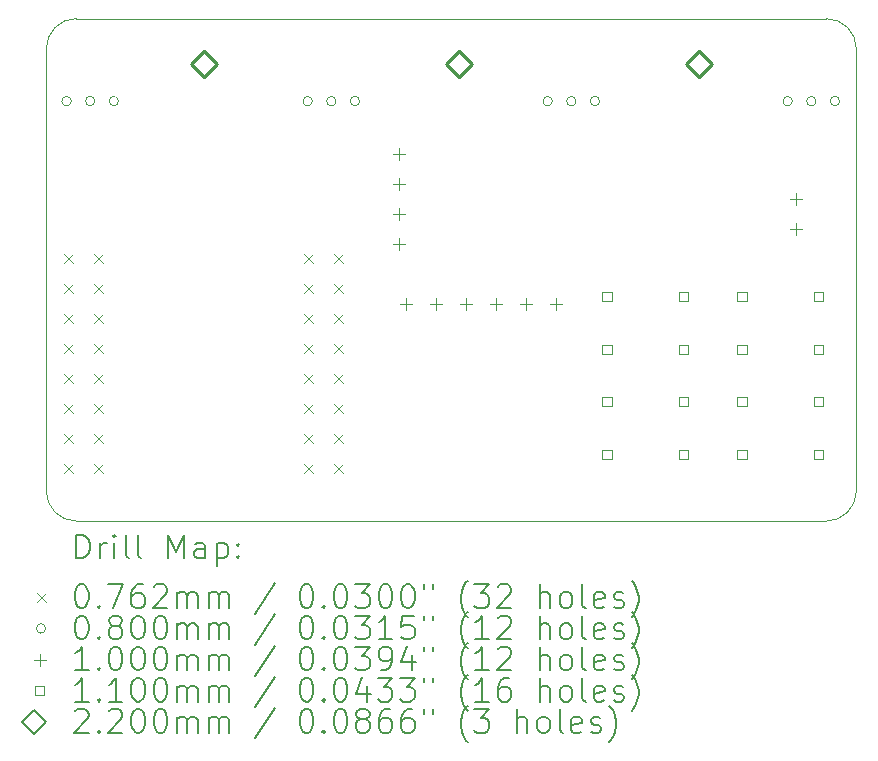
<source format=gbr>
%TF.GenerationSoftware,KiCad,Pcbnew,(6.0.7)*%
%TF.CreationDate,2023-01-30T12:50:34-06:00*%
%TF.ProjectId,LASK4,4c41534b-342e-46b6-9963-61645f706362,rev?*%
%TF.SameCoordinates,Original*%
%TF.FileFunction,Drillmap*%
%TF.FilePolarity,Positive*%
%FSLAX45Y45*%
G04 Gerber Fmt 4.5, Leading zero omitted, Abs format (unit mm)*
G04 Created by KiCad (PCBNEW (6.0.7)) date 2023-01-30 12:50:34*
%MOMM*%
%LPD*%
G01*
G04 APERTURE LIST*
%ADD10C,0.100000*%
%ADD11C,0.200000*%
%ADD12C,0.076200*%
%ADD13C,0.080000*%
%ADD14C,0.110000*%
%ADD15C,0.220000*%
G04 APERTURE END LIST*
D10*
X13652500Y-7239000D02*
X20002500Y-7239000D01*
X13652500Y-7239000D02*
G75*
G03*
X13398500Y-7493000I0J-254000D01*
G01*
X13398500Y-11239500D02*
X13398500Y-7493000D01*
X13398500Y-11239500D02*
G75*
G03*
X13652500Y-11493500I254000J0D01*
G01*
X20256500Y-7493000D02*
G75*
G03*
X20002500Y-7239000I-254000J0D01*
G01*
X20256500Y-7493000D02*
X20256500Y-11239500D01*
X20002500Y-11493500D02*
G75*
G03*
X20256500Y-11239500I0J254000D01*
G01*
X20002500Y-11493500D02*
X13652500Y-11493500D01*
D11*
D12*
X13550900Y-9232900D02*
X13627100Y-9309100D01*
X13627100Y-9232900D02*
X13550900Y-9309100D01*
X13550900Y-9486900D02*
X13627100Y-9563100D01*
X13627100Y-9486900D02*
X13550900Y-9563100D01*
X13550900Y-9740900D02*
X13627100Y-9817100D01*
X13627100Y-9740900D02*
X13550900Y-9817100D01*
X13550900Y-9994900D02*
X13627100Y-10071100D01*
X13627100Y-9994900D02*
X13550900Y-10071100D01*
X13550900Y-10248900D02*
X13627100Y-10325100D01*
X13627100Y-10248900D02*
X13550900Y-10325100D01*
X13550900Y-10502900D02*
X13627100Y-10579100D01*
X13627100Y-10502900D02*
X13550900Y-10579100D01*
X13550900Y-10756900D02*
X13627100Y-10833100D01*
X13627100Y-10756900D02*
X13550900Y-10833100D01*
X13550900Y-11010900D02*
X13627100Y-11087100D01*
X13627100Y-11010900D02*
X13550900Y-11087100D01*
X13804900Y-9232900D02*
X13881100Y-9309100D01*
X13881100Y-9232900D02*
X13804900Y-9309100D01*
X13804900Y-9486900D02*
X13881100Y-9563100D01*
X13881100Y-9486900D02*
X13804900Y-9563100D01*
X13804900Y-9740900D02*
X13881100Y-9817100D01*
X13881100Y-9740900D02*
X13804900Y-9817100D01*
X13804900Y-9994900D02*
X13881100Y-10071100D01*
X13881100Y-9994900D02*
X13804900Y-10071100D01*
X13804900Y-10248900D02*
X13881100Y-10325100D01*
X13881100Y-10248900D02*
X13804900Y-10325100D01*
X13804900Y-10502900D02*
X13881100Y-10579100D01*
X13881100Y-10502900D02*
X13804900Y-10579100D01*
X13804900Y-10756900D02*
X13881100Y-10833100D01*
X13881100Y-10756900D02*
X13804900Y-10833100D01*
X13804900Y-11010900D02*
X13881100Y-11087100D01*
X13881100Y-11010900D02*
X13804900Y-11087100D01*
X15582900Y-9232900D02*
X15659100Y-9309100D01*
X15659100Y-9232900D02*
X15582900Y-9309100D01*
X15582900Y-9486900D02*
X15659100Y-9563100D01*
X15659100Y-9486900D02*
X15582900Y-9563100D01*
X15582900Y-9740900D02*
X15659100Y-9817100D01*
X15659100Y-9740900D02*
X15582900Y-9817100D01*
X15582900Y-9994900D02*
X15659100Y-10071100D01*
X15659100Y-9994900D02*
X15582900Y-10071100D01*
X15582900Y-10248900D02*
X15659100Y-10325100D01*
X15659100Y-10248900D02*
X15582900Y-10325100D01*
X15582900Y-10502900D02*
X15659100Y-10579100D01*
X15659100Y-10502900D02*
X15582900Y-10579100D01*
X15582900Y-10756900D02*
X15659100Y-10833100D01*
X15659100Y-10756900D02*
X15582900Y-10833100D01*
X15582900Y-11010900D02*
X15659100Y-11087100D01*
X15659100Y-11010900D02*
X15582900Y-11087100D01*
X15836900Y-9232900D02*
X15913100Y-9309100D01*
X15913100Y-9232900D02*
X15836900Y-9309100D01*
X15836900Y-9486900D02*
X15913100Y-9563100D01*
X15913100Y-9486900D02*
X15836900Y-9563100D01*
X15836900Y-9740900D02*
X15913100Y-9817100D01*
X15913100Y-9740900D02*
X15836900Y-9817100D01*
X15836900Y-9994900D02*
X15913100Y-10071100D01*
X15913100Y-9994900D02*
X15836900Y-10071100D01*
X15836900Y-10248900D02*
X15913100Y-10325100D01*
X15913100Y-10248900D02*
X15836900Y-10325100D01*
X15836900Y-10502900D02*
X15913100Y-10579100D01*
X15913100Y-10502900D02*
X15836900Y-10579100D01*
X15836900Y-10756900D02*
X15913100Y-10833100D01*
X15913100Y-10756900D02*
X15836900Y-10833100D01*
X15836900Y-11010900D02*
X15913100Y-11087100D01*
X15913100Y-11010900D02*
X15836900Y-11087100D01*
D13*
X13610000Y-7937500D02*
G75*
G03*
X13610000Y-7937500I-40000J0D01*
G01*
X13810000Y-7937500D02*
G75*
G03*
X13810000Y-7937500I-40000J0D01*
G01*
X14010000Y-7937500D02*
G75*
G03*
X14010000Y-7937500I-40000J0D01*
G01*
X15651500Y-7937500D02*
G75*
G03*
X15651500Y-7937500I-40000J0D01*
G01*
X15851500Y-7937500D02*
G75*
G03*
X15851500Y-7937500I-40000J0D01*
G01*
X16051500Y-7937500D02*
G75*
G03*
X16051500Y-7937500I-40000J0D01*
G01*
X17683500Y-7937500D02*
G75*
G03*
X17683500Y-7937500I-40000J0D01*
G01*
X17883500Y-7937500D02*
G75*
G03*
X17883500Y-7937500I-40000J0D01*
G01*
X18083500Y-7937500D02*
G75*
G03*
X18083500Y-7937500I-40000J0D01*
G01*
X19715500Y-7937500D02*
G75*
G03*
X19715500Y-7937500I-40000J0D01*
G01*
X19915500Y-7937500D02*
G75*
G03*
X19915500Y-7937500I-40000J0D01*
G01*
X20115500Y-7937500D02*
G75*
G03*
X20115500Y-7937500I-40000J0D01*
G01*
D10*
X16383000Y-8332000D02*
X16383000Y-8432000D01*
X16333000Y-8382000D02*
X16433000Y-8382000D01*
X16383000Y-8586000D02*
X16383000Y-8686000D01*
X16333000Y-8636000D02*
X16433000Y-8636000D01*
X16383000Y-8840000D02*
X16383000Y-8940000D01*
X16333000Y-8890000D02*
X16433000Y-8890000D01*
X16383000Y-9094000D02*
X16383000Y-9194000D01*
X16333000Y-9144000D02*
X16433000Y-9144000D01*
X16446500Y-9602000D02*
X16446500Y-9702000D01*
X16396500Y-9652000D02*
X16496500Y-9652000D01*
X16700500Y-9602000D02*
X16700500Y-9702000D01*
X16650500Y-9652000D02*
X16750500Y-9652000D01*
X16954500Y-9602000D02*
X16954500Y-9702000D01*
X16904500Y-9652000D02*
X17004500Y-9652000D01*
X17208500Y-9602000D02*
X17208500Y-9702000D01*
X17158500Y-9652000D02*
X17258500Y-9652000D01*
X17462500Y-9602000D02*
X17462500Y-9702000D01*
X17412500Y-9652000D02*
X17512500Y-9652000D01*
X17716500Y-9602000D02*
X17716500Y-9702000D01*
X17666500Y-9652000D02*
X17766500Y-9652000D01*
X19748500Y-8713000D02*
X19748500Y-8813000D01*
X19698500Y-8763000D02*
X19798500Y-8763000D01*
X19748500Y-8967000D02*
X19748500Y-9067000D01*
X19698500Y-9017000D02*
X19798500Y-9017000D01*
D14*
X18184891Y-9632891D02*
X18184891Y-9555109D01*
X18107109Y-9555109D01*
X18107109Y-9632891D01*
X18184891Y-9632891D01*
X18184891Y-10082891D02*
X18184891Y-10005109D01*
X18107109Y-10005109D01*
X18107109Y-10082891D01*
X18184891Y-10082891D01*
X18184891Y-10516391D02*
X18184891Y-10438609D01*
X18107109Y-10438609D01*
X18107109Y-10516391D01*
X18184891Y-10516391D01*
X18184891Y-10966391D02*
X18184891Y-10888609D01*
X18107109Y-10888609D01*
X18107109Y-10966391D01*
X18184891Y-10966391D01*
X18834891Y-9632891D02*
X18834891Y-9555109D01*
X18757109Y-9555109D01*
X18757109Y-9632891D01*
X18834891Y-9632891D01*
X18834891Y-10082891D02*
X18834891Y-10005109D01*
X18757109Y-10005109D01*
X18757109Y-10082891D01*
X18834891Y-10082891D01*
X18834891Y-10516391D02*
X18834891Y-10438609D01*
X18757109Y-10438609D01*
X18757109Y-10516391D01*
X18834891Y-10516391D01*
X18834891Y-10966391D02*
X18834891Y-10888609D01*
X18757109Y-10888609D01*
X18757109Y-10966391D01*
X18834891Y-10966391D01*
X19327891Y-9632891D02*
X19327891Y-9555109D01*
X19250109Y-9555109D01*
X19250109Y-9632891D01*
X19327891Y-9632891D01*
X19327891Y-10082891D02*
X19327891Y-10005109D01*
X19250109Y-10005109D01*
X19250109Y-10082891D01*
X19327891Y-10082891D01*
X19327891Y-10516391D02*
X19327891Y-10438609D01*
X19250109Y-10438609D01*
X19250109Y-10516391D01*
X19327891Y-10516391D01*
X19327891Y-10966391D02*
X19327891Y-10888609D01*
X19250109Y-10888609D01*
X19250109Y-10966391D01*
X19327891Y-10966391D01*
X19977891Y-9632891D02*
X19977891Y-9555109D01*
X19900109Y-9555109D01*
X19900109Y-9632891D01*
X19977891Y-9632891D01*
X19977891Y-10082891D02*
X19977891Y-10005109D01*
X19900109Y-10005109D01*
X19900109Y-10082891D01*
X19977891Y-10082891D01*
X19977891Y-10516391D02*
X19977891Y-10438609D01*
X19900109Y-10438609D01*
X19900109Y-10516391D01*
X19977891Y-10516391D01*
X19977891Y-10966391D02*
X19977891Y-10888609D01*
X19900109Y-10888609D01*
X19900109Y-10966391D01*
X19977891Y-10966391D01*
D15*
X14732000Y-7730000D02*
X14842000Y-7620000D01*
X14732000Y-7510000D01*
X14622000Y-7620000D01*
X14732000Y-7730000D01*
X16891000Y-7730000D02*
X17001000Y-7620000D01*
X16891000Y-7510000D01*
X16781000Y-7620000D01*
X16891000Y-7730000D01*
X18923000Y-7730000D02*
X19033000Y-7620000D01*
X18923000Y-7510000D01*
X18813000Y-7620000D01*
X18923000Y-7730000D01*
D11*
X13651119Y-11808976D02*
X13651119Y-11608976D01*
X13698738Y-11608976D01*
X13727309Y-11618500D01*
X13746357Y-11637548D01*
X13755881Y-11656595D01*
X13765405Y-11694690D01*
X13765405Y-11723262D01*
X13755881Y-11761357D01*
X13746357Y-11780405D01*
X13727309Y-11799452D01*
X13698738Y-11808976D01*
X13651119Y-11808976D01*
X13851119Y-11808976D02*
X13851119Y-11675643D01*
X13851119Y-11713738D02*
X13860643Y-11694690D01*
X13870167Y-11685167D01*
X13889214Y-11675643D01*
X13908262Y-11675643D01*
X13974928Y-11808976D02*
X13974928Y-11675643D01*
X13974928Y-11608976D02*
X13965405Y-11618500D01*
X13974928Y-11628024D01*
X13984452Y-11618500D01*
X13974928Y-11608976D01*
X13974928Y-11628024D01*
X14098738Y-11808976D02*
X14079690Y-11799452D01*
X14070167Y-11780405D01*
X14070167Y-11608976D01*
X14203500Y-11808976D02*
X14184452Y-11799452D01*
X14174928Y-11780405D01*
X14174928Y-11608976D01*
X14432071Y-11808976D02*
X14432071Y-11608976D01*
X14498738Y-11751833D01*
X14565405Y-11608976D01*
X14565405Y-11808976D01*
X14746357Y-11808976D02*
X14746357Y-11704214D01*
X14736833Y-11685167D01*
X14717786Y-11675643D01*
X14679690Y-11675643D01*
X14660643Y-11685167D01*
X14746357Y-11799452D02*
X14727309Y-11808976D01*
X14679690Y-11808976D01*
X14660643Y-11799452D01*
X14651119Y-11780405D01*
X14651119Y-11761357D01*
X14660643Y-11742309D01*
X14679690Y-11732786D01*
X14727309Y-11732786D01*
X14746357Y-11723262D01*
X14841595Y-11675643D02*
X14841595Y-11875643D01*
X14841595Y-11685167D02*
X14860643Y-11675643D01*
X14898738Y-11675643D01*
X14917786Y-11685167D01*
X14927309Y-11694690D01*
X14936833Y-11713738D01*
X14936833Y-11770881D01*
X14927309Y-11789928D01*
X14917786Y-11799452D01*
X14898738Y-11808976D01*
X14860643Y-11808976D01*
X14841595Y-11799452D01*
X15022548Y-11789928D02*
X15032071Y-11799452D01*
X15022548Y-11808976D01*
X15013024Y-11799452D01*
X15022548Y-11789928D01*
X15022548Y-11808976D01*
X15022548Y-11685167D02*
X15032071Y-11694690D01*
X15022548Y-11704214D01*
X15013024Y-11694690D01*
X15022548Y-11685167D01*
X15022548Y-11704214D01*
D12*
X13317300Y-12100400D02*
X13393500Y-12176600D01*
X13393500Y-12100400D02*
X13317300Y-12176600D01*
D11*
X13689214Y-12028976D02*
X13708262Y-12028976D01*
X13727309Y-12038500D01*
X13736833Y-12048024D01*
X13746357Y-12067071D01*
X13755881Y-12105167D01*
X13755881Y-12152786D01*
X13746357Y-12190881D01*
X13736833Y-12209928D01*
X13727309Y-12219452D01*
X13708262Y-12228976D01*
X13689214Y-12228976D01*
X13670167Y-12219452D01*
X13660643Y-12209928D01*
X13651119Y-12190881D01*
X13641595Y-12152786D01*
X13641595Y-12105167D01*
X13651119Y-12067071D01*
X13660643Y-12048024D01*
X13670167Y-12038500D01*
X13689214Y-12028976D01*
X13841595Y-12209928D02*
X13851119Y-12219452D01*
X13841595Y-12228976D01*
X13832071Y-12219452D01*
X13841595Y-12209928D01*
X13841595Y-12228976D01*
X13917786Y-12028976D02*
X14051119Y-12028976D01*
X13965405Y-12228976D01*
X14213024Y-12028976D02*
X14174928Y-12028976D01*
X14155881Y-12038500D01*
X14146357Y-12048024D01*
X14127309Y-12076595D01*
X14117786Y-12114690D01*
X14117786Y-12190881D01*
X14127309Y-12209928D01*
X14136833Y-12219452D01*
X14155881Y-12228976D01*
X14193976Y-12228976D01*
X14213024Y-12219452D01*
X14222548Y-12209928D01*
X14232071Y-12190881D01*
X14232071Y-12143262D01*
X14222548Y-12124214D01*
X14213024Y-12114690D01*
X14193976Y-12105167D01*
X14155881Y-12105167D01*
X14136833Y-12114690D01*
X14127309Y-12124214D01*
X14117786Y-12143262D01*
X14308262Y-12048024D02*
X14317786Y-12038500D01*
X14336833Y-12028976D01*
X14384452Y-12028976D01*
X14403500Y-12038500D01*
X14413024Y-12048024D01*
X14422548Y-12067071D01*
X14422548Y-12086119D01*
X14413024Y-12114690D01*
X14298738Y-12228976D01*
X14422548Y-12228976D01*
X14508262Y-12228976D02*
X14508262Y-12095643D01*
X14508262Y-12114690D02*
X14517786Y-12105167D01*
X14536833Y-12095643D01*
X14565405Y-12095643D01*
X14584452Y-12105167D01*
X14593976Y-12124214D01*
X14593976Y-12228976D01*
X14593976Y-12124214D02*
X14603500Y-12105167D01*
X14622548Y-12095643D01*
X14651119Y-12095643D01*
X14670167Y-12105167D01*
X14679690Y-12124214D01*
X14679690Y-12228976D01*
X14774928Y-12228976D02*
X14774928Y-12095643D01*
X14774928Y-12114690D02*
X14784452Y-12105167D01*
X14803500Y-12095643D01*
X14832071Y-12095643D01*
X14851119Y-12105167D01*
X14860643Y-12124214D01*
X14860643Y-12228976D01*
X14860643Y-12124214D02*
X14870167Y-12105167D01*
X14889214Y-12095643D01*
X14917786Y-12095643D01*
X14936833Y-12105167D01*
X14946357Y-12124214D01*
X14946357Y-12228976D01*
X15336833Y-12019452D02*
X15165405Y-12276595D01*
X15593976Y-12028976D02*
X15613024Y-12028976D01*
X15632071Y-12038500D01*
X15641595Y-12048024D01*
X15651119Y-12067071D01*
X15660643Y-12105167D01*
X15660643Y-12152786D01*
X15651119Y-12190881D01*
X15641595Y-12209928D01*
X15632071Y-12219452D01*
X15613024Y-12228976D01*
X15593976Y-12228976D01*
X15574928Y-12219452D01*
X15565405Y-12209928D01*
X15555881Y-12190881D01*
X15546357Y-12152786D01*
X15546357Y-12105167D01*
X15555881Y-12067071D01*
X15565405Y-12048024D01*
X15574928Y-12038500D01*
X15593976Y-12028976D01*
X15746357Y-12209928D02*
X15755881Y-12219452D01*
X15746357Y-12228976D01*
X15736833Y-12219452D01*
X15746357Y-12209928D01*
X15746357Y-12228976D01*
X15879690Y-12028976D02*
X15898738Y-12028976D01*
X15917786Y-12038500D01*
X15927309Y-12048024D01*
X15936833Y-12067071D01*
X15946357Y-12105167D01*
X15946357Y-12152786D01*
X15936833Y-12190881D01*
X15927309Y-12209928D01*
X15917786Y-12219452D01*
X15898738Y-12228976D01*
X15879690Y-12228976D01*
X15860643Y-12219452D01*
X15851119Y-12209928D01*
X15841595Y-12190881D01*
X15832071Y-12152786D01*
X15832071Y-12105167D01*
X15841595Y-12067071D01*
X15851119Y-12048024D01*
X15860643Y-12038500D01*
X15879690Y-12028976D01*
X16013024Y-12028976D02*
X16136833Y-12028976D01*
X16070167Y-12105167D01*
X16098738Y-12105167D01*
X16117786Y-12114690D01*
X16127309Y-12124214D01*
X16136833Y-12143262D01*
X16136833Y-12190881D01*
X16127309Y-12209928D01*
X16117786Y-12219452D01*
X16098738Y-12228976D01*
X16041595Y-12228976D01*
X16022548Y-12219452D01*
X16013024Y-12209928D01*
X16260643Y-12028976D02*
X16279690Y-12028976D01*
X16298738Y-12038500D01*
X16308262Y-12048024D01*
X16317786Y-12067071D01*
X16327309Y-12105167D01*
X16327309Y-12152786D01*
X16317786Y-12190881D01*
X16308262Y-12209928D01*
X16298738Y-12219452D01*
X16279690Y-12228976D01*
X16260643Y-12228976D01*
X16241595Y-12219452D01*
X16232071Y-12209928D01*
X16222548Y-12190881D01*
X16213024Y-12152786D01*
X16213024Y-12105167D01*
X16222548Y-12067071D01*
X16232071Y-12048024D01*
X16241595Y-12038500D01*
X16260643Y-12028976D01*
X16451119Y-12028976D02*
X16470167Y-12028976D01*
X16489214Y-12038500D01*
X16498738Y-12048024D01*
X16508262Y-12067071D01*
X16517786Y-12105167D01*
X16517786Y-12152786D01*
X16508262Y-12190881D01*
X16498738Y-12209928D01*
X16489214Y-12219452D01*
X16470167Y-12228976D01*
X16451119Y-12228976D01*
X16432071Y-12219452D01*
X16422548Y-12209928D01*
X16413024Y-12190881D01*
X16403500Y-12152786D01*
X16403500Y-12105167D01*
X16413024Y-12067071D01*
X16422548Y-12048024D01*
X16432071Y-12038500D01*
X16451119Y-12028976D01*
X16593976Y-12028976D02*
X16593976Y-12067071D01*
X16670167Y-12028976D02*
X16670167Y-12067071D01*
X16965405Y-12305167D02*
X16955881Y-12295643D01*
X16936833Y-12267071D01*
X16927310Y-12248024D01*
X16917786Y-12219452D01*
X16908262Y-12171833D01*
X16908262Y-12133738D01*
X16917786Y-12086119D01*
X16927310Y-12057548D01*
X16936833Y-12038500D01*
X16955881Y-12009928D01*
X16965405Y-12000405D01*
X17022548Y-12028976D02*
X17146357Y-12028976D01*
X17079690Y-12105167D01*
X17108262Y-12105167D01*
X17127310Y-12114690D01*
X17136833Y-12124214D01*
X17146357Y-12143262D01*
X17146357Y-12190881D01*
X17136833Y-12209928D01*
X17127310Y-12219452D01*
X17108262Y-12228976D01*
X17051119Y-12228976D01*
X17032071Y-12219452D01*
X17022548Y-12209928D01*
X17222548Y-12048024D02*
X17232071Y-12038500D01*
X17251119Y-12028976D01*
X17298738Y-12028976D01*
X17317786Y-12038500D01*
X17327310Y-12048024D01*
X17336833Y-12067071D01*
X17336833Y-12086119D01*
X17327310Y-12114690D01*
X17213024Y-12228976D01*
X17336833Y-12228976D01*
X17574929Y-12228976D02*
X17574929Y-12028976D01*
X17660643Y-12228976D02*
X17660643Y-12124214D01*
X17651119Y-12105167D01*
X17632071Y-12095643D01*
X17603500Y-12095643D01*
X17584452Y-12105167D01*
X17574929Y-12114690D01*
X17784452Y-12228976D02*
X17765405Y-12219452D01*
X17755881Y-12209928D01*
X17746357Y-12190881D01*
X17746357Y-12133738D01*
X17755881Y-12114690D01*
X17765405Y-12105167D01*
X17784452Y-12095643D01*
X17813024Y-12095643D01*
X17832071Y-12105167D01*
X17841595Y-12114690D01*
X17851119Y-12133738D01*
X17851119Y-12190881D01*
X17841595Y-12209928D01*
X17832071Y-12219452D01*
X17813024Y-12228976D01*
X17784452Y-12228976D01*
X17965405Y-12228976D02*
X17946357Y-12219452D01*
X17936833Y-12200405D01*
X17936833Y-12028976D01*
X18117786Y-12219452D02*
X18098738Y-12228976D01*
X18060643Y-12228976D01*
X18041595Y-12219452D01*
X18032071Y-12200405D01*
X18032071Y-12124214D01*
X18041595Y-12105167D01*
X18060643Y-12095643D01*
X18098738Y-12095643D01*
X18117786Y-12105167D01*
X18127310Y-12124214D01*
X18127310Y-12143262D01*
X18032071Y-12162309D01*
X18203500Y-12219452D02*
X18222548Y-12228976D01*
X18260643Y-12228976D01*
X18279690Y-12219452D01*
X18289214Y-12200405D01*
X18289214Y-12190881D01*
X18279690Y-12171833D01*
X18260643Y-12162309D01*
X18232071Y-12162309D01*
X18213024Y-12152786D01*
X18203500Y-12133738D01*
X18203500Y-12124214D01*
X18213024Y-12105167D01*
X18232071Y-12095643D01*
X18260643Y-12095643D01*
X18279690Y-12105167D01*
X18355881Y-12305167D02*
X18365405Y-12295643D01*
X18384452Y-12267071D01*
X18393976Y-12248024D01*
X18403500Y-12219452D01*
X18413024Y-12171833D01*
X18413024Y-12133738D01*
X18403500Y-12086119D01*
X18393976Y-12057548D01*
X18384452Y-12038500D01*
X18365405Y-12009928D01*
X18355881Y-12000405D01*
D13*
X13393500Y-12402500D02*
G75*
G03*
X13393500Y-12402500I-40000J0D01*
G01*
D11*
X13689214Y-12292976D02*
X13708262Y-12292976D01*
X13727309Y-12302500D01*
X13736833Y-12312024D01*
X13746357Y-12331071D01*
X13755881Y-12369167D01*
X13755881Y-12416786D01*
X13746357Y-12454881D01*
X13736833Y-12473928D01*
X13727309Y-12483452D01*
X13708262Y-12492976D01*
X13689214Y-12492976D01*
X13670167Y-12483452D01*
X13660643Y-12473928D01*
X13651119Y-12454881D01*
X13641595Y-12416786D01*
X13641595Y-12369167D01*
X13651119Y-12331071D01*
X13660643Y-12312024D01*
X13670167Y-12302500D01*
X13689214Y-12292976D01*
X13841595Y-12473928D02*
X13851119Y-12483452D01*
X13841595Y-12492976D01*
X13832071Y-12483452D01*
X13841595Y-12473928D01*
X13841595Y-12492976D01*
X13965405Y-12378690D02*
X13946357Y-12369167D01*
X13936833Y-12359643D01*
X13927309Y-12340595D01*
X13927309Y-12331071D01*
X13936833Y-12312024D01*
X13946357Y-12302500D01*
X13965405Y-12292976D01*
X14003500Y-12292976D01*
X14022548Y-12302500D01*
X14032071Y-12312024D01*
X14041595Y-12331071D01*
X14041595Y-12340595D01*
X14032071Y-12359643D01*
X14022548Y-12369167D01*
X14003500Y-12378690D01*
X13965405Y-12378690D01*
X13946357Y-12388214D01*
X13936833Y-12397738D01*
X13927309Y-12416786D01*
X13927309Y-12454881D01*
X13936833Y-12473928D01*
X13946357Y-12483452D01*
X13965405Y-12492976D01*
X14003500Y-12492976D01*
X14022548Y-12483452D01*
X14032071Y-12473928D01*
X14041595Y-12454881D01*
X14041595Y-12416786D01*
X14032071Y-12397738D01*
X14022548Y-12388214D01*
X14003500Y-12378690D01*
X14165405Y-12292976D02*
X14184452Y-12292976D01*
X14203500Y-12302500D01*
X14213024Y-12312024D01*
X14222548Y-12331071D01*
X14232071Y-12369167D01*
X14232071Y-12416786D01*
X14222548Y-12454881D01*
X14213024Y-12473928D01*
X14203500Y-12483452D01*
X14184452Y-12492976D01*
X14165405Y-12492976D01*
X14146357Y-12483452D01*
X14136833Y-12473928D01*
X14127309Y-12454881D01*
X14117786Y-12416786D01*
X14117786Y-12369167D01*
X14127309Y-12331071D01*
X14136833Y-12312024D01*
X14146357Y-12302500D01*
X14165405Y-12292976D01*
X14355881Y-12292976D02*
X14374928Y-12292976D01*
X14393976Y-12302500D01*
X14403500Y-12312024D01*
X14413024Y-12331071D01*
X14422548Y-12369167D01*
X14422548Y-12416786D01*
X14413024Y-12454881D01*
X14403500Y-12473928D01*
X14393976Y-12483452D01*
X14374928Y-12492976D01*
X14355881Y-12492976D01*
X14336833Y-12483452D01*
X14327309Y-12473928D01*
X14317786Y-12454881D01*
X14308262Y-12416786D01*
X14308262Y-12369167D01*
X14317786Y-12331071D01*
X14327309Y-12312024D01*
X14336833Y-12302500D01*
X14355881Y-12292976D01*
X14508262Y-12492976D02*
X14508262Y-12359643D01*
X14508262Y-12378690D02*
X14517786Y-12369167D01*
X14536833Y-12359643D01*
X14565405Y-12359643D01*
X14584452Y-12369167D01*
X14593976Y-12388214D01*
X14593976Y-12492976D01*
X14593976Y-12388214D02*
X14603500Y-12369167D01*
X14622548Y-12359643D01*
X14651119Y-12359643D01*
X14670167Y-12369167D01*
X14679690Y-12388214D01*
X14679690Y-12492976D01*
X14774928Y-12492976D02*
X14774928Y-12359643D01*
X14774928Y-12378690D02*
X14784452Y-12369167D01*
X14803500Y-12359643D01*
X14832071Y-12359643D01*
X14851119Y-12369167D01*
X14860643Y-12388214D01*
X14860643Y-12492976D01*
X14860643Y-12388214D02*
X14870167Y-12369167D01*
X14889214Y-12359643D01*
X14917786Y-12359643D01*
X14936833Y-12369167D01*
X14946357Y-12388214D01*
X14946357Y-12492976D01*
X15336833Y-12283452D02*
X15165405Y-12540595D01*
X15593976Y-12292976D02*
X15613024Y-12292976D01*
X15632071Y-12302500D01*
X15641595Y-12312024D01*
X15651119Y-12331071D01*
X15660643Y-12369167D01*
X15660643Y-12416786D01*
X15651119Y-12454881D01*
X15641595Y-12473928D01*
X15632071Y-12483452D01*
X15613024Y-12492976D01*
X15593976Y-12492976D01*
X15574928Y-12483452D01*
X15565405Y-12473928D01*
X15555881Y-12454881D01*
X15546357Y-12416786D01*
X15546357Y-12369167D01*
X15555881Y-12331071D01*
X15565405Y-12312024D01*
X15574928Y-12302500D01*
X15593976Y-12292976D01*
X15746357Y-12473928D02*
X15755881Y-12483452D01*
X15746357Y-12492976D01*
X15736833Y-12483452D01*
X15746357Y-12473928D01*
X15746357Y-12492976D01*
X15879690Y-12292976D02*
X15898738Y-12292976D01*
X15917786Y-12302500D01*
X15927309Y-12312024D01*
X15936833Y-12331071D01*
X15946357Y-12369167D01*
X15946357Y-12416786D01*
X15936833Y-12454881D01*
X15927309Y-12473928D01*
X15917786Y-12483452D01*
X15898738Y-12492976D01*
X15879690Y-12492976D01*
X15860643Y-12483452D01*
X15851119Y-12473928D01*
X15841595Y-12454881D01*
X15832071Y-12416786D01*
X15832071Y-12369167D01*
X15841595Y-12331071D01*
X15851119Y-12312024D01*
X15860643Y-12302500D01*
X15879690Y-12292976D01*
X16013024Y-12292976D02*
X16136833Y-12292976D01*
X16070167Y-12369167D01*
X16098738Y-12369167D01*
X16117786Y-12378690D01*
X16127309Y-12388214D01*
X16136833Y-12407262D01*
X16136833Y-12454881D01*
X16127309Y-12473928D01*
X16117786Y-12483452D01*
X16098738Y-12492976D01*
X16041595Y-12492976D01*
X16022548Y-12483452D01*
X16013024Y-12473928D01*
X16327309Y-12492976D02*
X16213024Y-12492976D01*
X16270167Y-12492976D02*
X16270167Y-12292976D01*
X16251119Y-12321548D01*
X16232071Y-12340595D01*
X16213024Y-12350119D01*
X16508262Y-12292976D02*
X16413024Y-12292976D01*
X16403500Y-12388214D01*
X16413024Y-12378690D01*
X16432071Y-12369167D01*
X16479690Y-12369167D01*
X16498738Y-12378690D01*
X16508262Y-12388214D01*
X16517786Y-12407262D01*
X16517786Y-12454881D01*
X16508262Y-12473928D01*
X16498738Y-12483452D01*
X16479690Y-12492976D01*
X16432071Y-12492976D01*
X16413024Y-12483452D01*
X16403500Y-12473928D01*
X16593976Y-12292976D02*
X16593976Y-12331071D01*
X16670167Y-12292976D02*
X16670167Y-12331071D01*
X16965405Y-12569167D02*
X16955881Y-12559643D01*
X16936833Y-12531071D01*
X16927310Y-12512024D01*
X16917786Y-12483452D01*
X16908262Y-12435833D01*
X16908262Y-12397738D01*
X16917786Y-12350119D01*
X16927310Y-12321548D01*
X16936833Y-12302500D01*
X16955881Y-12273928D01*
X16965405Y-12264405D01*
X17146357Y-12492976D02*
X17032071Y-12492976D01*
X17089214Y-12492976D02*
X17089214Y-12292976D01*
X17070167Y-12321548D01*
X17051119Y-12340595D01*
X17032071Y-12350119D01*
X17222548Y-12312024D02*
X17232071Y-12302500D01*
X17251119Y-12292976D01*
X17298738Y-12292976D01*
X17317786Y-12302500D01*
X17327310Y-12312024D01*
X17336833Y-12331071D01*
X17336833Y-12350119D01*
X17327310Y-12378690D01*
X17213024Y-12492976D01*
X17336833Y-12492976D01*
X17574929Y-12492976D02*
X17574929Y-12292976D01*
X17660643Y-12492976D02*
X17660643Y-12388214D01*
X17651119Y-12369167D01*
X17632071Y-12359643D01*
X17603500Y-12359643D01*
X17584452Y-12369167D01*
X17574929Y-12378690D01*
X17784452Y-12492976D02*
X17765405Y-12483452D01*
X17755881Y-12473928D01*
X17746357Y-12454881D01*
X17746357Y-12397738D01*
X17755881Y-12378690D01*
X17765405Y-12369167D01*
X17784452Y-12359643D01*
X17813024Y-12359643D01*
X17832071Y-12369167D01*
X17841595Y-12378690D01*
X17851119Y-12397738D01*
X17851119Y-12454881D01*
X17841595Y-12473928D01*
X17832071Y-12483452D01*
X17813024Y-12492976D01*
X17784452Y-12492976D01*
X17965405Y-12492976D02*
X17946357Y-12483452D01*
X17936833Y-12464405D01*
X17936833Y-12292976D01*
X18117786Y-12483452D02*
X18098738Y-12492976D01*
X18060643Y-12492976D01*
X18041595Y-12483452D01*
X18032071Y-12464405D01*
X18032071Y-12388214D01*
X18041595Y-12369167D01*
X18060643Y-12359643D01*
X18098738Y-12359643D01*
X18117786Y-12369167D01*
X18127310Y-12388214D01*
X18127310Y-12407262D01*
X18032071Y-12426309D01*
X18203500Y-12483452D02*
X18222548Y-12492976D01*
X18260643Y-12492976D01*
X18279690Y-12483452D01*
X18289214Y-12464405D01*
X18289214Y-12454881D01*
X18279690Y-12435833D01*
X18260643Y-12426309D01*
X18232071Y-12426309D01*
X18213024Y-12416786D01*
X18203500Y-12397738D01*
X18203500Y-12388214D01*
X18213024Y-12369167D01*
X18232071Y-12359643D01*
X18260643Y-12359643D01*
X18279690Y-12369167D01*
X18355881Y-12569167D02*
X18365405Y-12559643D01*
X18384452Y-12531071D01*
X18393976Y-12512024D01*
X18403500Y-12483452D01*
X18413024Y-12435833D01*
X18413024Y-12397738D01*
X18403500Y-12350119D01*
X18393976Y-12321548D01*
X18384452Y-12302500D01*
X18365405Y-12273928D01*
X18355881Y-12264405D01*
D10*
X13343500Y-12616500D02*
X13343500Y-12716500D01*
X13293500Y-12666500D02*
X13393500Y-12666500D01*
D11*
X13755881Y-12756976D02*
X13641595Y-12756976D01*
X13698738Y-12756976D02*
X13698738Y-12556976D01*
X13679690Y-12585548D01*
X13660643Y-12604595D01*
X13641595Y-12614119D01*
X13841595Y-12737928D02*
X13851119Y-12747452D01*
X13841595Y-12756976D01*
X13832071Y-12747452D01*
X13841595Y-12737928D01*
X13841595Y-12756976D01*
X13974928Y-12556976D02*
X13993976Y-12556976D01*
X14013024Y-12566500D01*
X14022548Y-12576024D01*
X14032071Y-12595071D01*
X14041595Y-12633167D01*
X14041595Y-12680786D01*
X14032071Y-12718881D01*
X14022548Y-12737928D01*
X14013024Y-12747452D01*
X13993976Y-12756976D01*
X13974928Y-12756976D01*
X13955881Y-12747452D01*
X13946357Y-12737928D01*
X13936833Y-12718881D01*
X13927309Y-12680786D01*
X13927309Y-12633167D01*
X13936833Y-12595071D01*
X13946357Y-12576024D01*
X13955881Y-12566500D01*
X13974928Y-12556976D01*
X14165405Y-12556976D02*
X14184452Y-12556976D01*
X14203500Y-12566500D01*
X14213024Y-12576024D01*
X14222548Y-12595071D01*
X14232071Y-12633167D01*
X14232071Y-12680786D01*
X14222548Y-12718881D01*
X14213024Y-12737928D01*
X14203500Y-12747452D01*
X14184452Y-12756976D01*
X14165405Y-12756976D01*
X14146357Y-12747452D01*
X14136833Y-12737928D01*
X14127309Y-12718881D01*
X14117786Y-12680786D01*
X14117786Y-12633167D01*
X14127309Y-12595071D01*
X14136833Y-12576024D01*
X14146357Y-12566500D01*
X14165405Y-12556976D01*
X14355881Y-12556976D02*
X14374928Y-12556976D01*
X14393976Y-12566500D01*
X14403500Y-12576024D01*
X14413024Y-12595071D01*
X14422548Y-12633167D01*
X14422548Y-12680786D01*
X14413024Y-12718881D01*
X14403500Y-12737928D01*
X14393976Y-12747452D01*
X14374928Y-12756976D01*
X14355881Y-12756976D01*
X14336833Y-12747452D01*
X14327309Y-12737928D01*
X14317786Y-12718881D01*
X14308262Y-12680786D01*
X14308262Y-12633167D01*
X14317786Y-12595071D01*
X14327309Y-12576024D01*
X14336833Y-12566500D01*
X14355881Y-12556976D01*
X14508262Y-12756976D02*
X14508262Y-12623643D01*
X14508262Y-12642690D02*
X14517786Y-12633167D01*
X14536833Y-12623643D01*
X14565405Y-12623643D01*
X14584452Y-12633167D01*
X14593976Y-12652214D01*
X14593976Y-12756976D01*
X14593976Y-12652214D02*
X14603500Y-12633167D01*
X14622548Y-12623643D01*
X14651119Y-12623643D01*
X14670167Y-12633167D01*
X14679690Y-12652214D01*
X14679690Y-12756976D01*
X14774928Y-12756976D02*
X14774928Y-12623643D01*
X14774928Y-12642690D02*
X14784452Y-12633167D01*
X14803500Y-12623643D01*
X14832071Y-12623643D01*
X14851119Y-12633167D01*
X14860643Y-12652214D01*
X14860643Y-12756976D01*
X14860643Y-12652214D02*
X14870167Y-12633167D01*
X14889214Y-12623643D01*
X14917786Y-12623643D01*
X14936833Y-12633167D01*
X14946357Y-12652214D01*
X14946357Y-12756976D01*
X15336833Y-12547452D02*
X15165405Y-12804595D01*
X15593976Y-12556976D02*
X15613024Y-12556976D01*
X15632071Y-12566500D01*
X15641595Y-12576024D01*
X15651119Y-12595071D01*
X15660643Y-12633167D01*
X15660643Y-12680786D01*
X15651119Y-12718881D01*
X15641595Y-12737928D01*
X15632071Y-12747452D01*
X15613024Y-12756976D01*
X15593976Y-12756976D01*
X15574928Y-12747452D01*
X15565405Y-12737928D01*
X15555881Y-12718881D01*
X15546357Y-12680786D01*
X15546357Y-12633167D01*
X15555881Y-12595071D01*
X15565405Y-12576024D01*
X15574928Y-12566500D01*
X15593976Y-12556976D01*
X15746357Y-12737928D02*
X15755881Y-12747452D01*
X15746357Y-12756976D01*
X15736833Y-12747452D01*
X15746357Y-12737928D01*
X15746357Y-12756976D01*
X15879690Y-12556976D02*
X15898738Y-12556976D01*
X15917786Y-12566500D01*
X15927309Y-12576024D01*
X15936833Y-12595071D01*
X15946357Y-12633167D01*
X15946357Y-12680786D01*
X15936833Y-12718881D01*
X15927309Y-12737928D01*
X15917786Y-12747452D01*
X15898738Y-12756976D01*
X15879690Y-12756976D01*
X15860643Y-12747452D01*
X15851119Y-12737928D01*
X15841595Y-12718881D01*
X15832071Y-12680786D01*
X15832071Y-12633167D01*
X15841595Y-12595071D01*
X15851119Y-12576024D01*
X15860643Y-12566500D01*
X15879690Y-12556976D01*
X16013024Y-12556976D02*
X16136833Y-12556976D01*
X16070167Y-12633167D01*
X16098738Y-12633167D01*
X16117786Y-12642690D01*
X16127309Y-12652214D01*
X16136833Y-12671262D01*
X16136833Y-12718881D01*
X16127309Y-12737928D01*
X16117786Y-12747452D01*
X16098738Y-12756976D01*
X16041595Y-12756976D01*
X16022548Y-12747452D01*
X16013024Y-12737928D01*
X16232071Y-12756976D02*
X16270167Y-12756976D01*
X16289214Y-12747452D01*
X16298738Y-12737928D01*
X16317786Y-12709357D01*
X16327309Y-12671262D01*
X16327309Y-12595071D01*
X16317786Y-12576024D01*
X16308262Y-12566500D01*
X16289214Y-12556976D01*
X16251119Y-12556976D01*
X16232071Y-12566500D01*
X16222548Y-12576024D01*
X16213024Y-12595071D01*
X16213024Y-12642690D01*
X16222548Y-12661738D01*
X16232071Y-12671262D01*
X16251119Y-12680786D01*
X16289214Y-12680786D01*
X16308262Y-12671262D01*
X16317786Y-12661738D01*
X16327309Y-12642690D01*
X16498738Y-12623643D02*
X16498738Y-12756976D01*
X16451119Y-12547452D02*
X16403500Y-12690309D01*
X16527309Y-12690309D01*
X16593976Y-12556976D02*
X16593976Y-12595071D01*
X16670167Y-12556976D02*
X16670167Y-12595071D01*
X16965405Y-12833167D02*
X16955881Y-12823643D01*
X16936833Y-12795071D01*
X16927310Y-12776024D01*
X16917786Y-12747452D01*
X16908262Y-12699833D01*
X16908262Y-12661738D01*
X16917786Y-12614119D01*
X16927310Y-12585548D01*
X16936833Y-12566500D01*
X16955881Y-12537928D01*
X16965405Y-12528405D01*
X17146357Y-12756976D02*
X17032071Y-12756976D01*
X17089214Y-12756976D02*
X17089214Y-12556976D01*
X17070167Y-12585548D01*
X17051119Y-12604595D01*
X17032071Y-12614119D01*
X17222548Y-12576024D02*
X17232071Y-12566500D01*
X17251119Y-12556976D01*
X17298738Y-12556976D01*
X17317786Y-12566500D01*
X17327310Y-12576024D01*
X17336833Y-12595071D01*
X17336833Y-12614119D01*
X17327310Y-12642690D01*
X17213024Y-12756976D01*
X17336833Y-12756976D01*
X17574929Y-12756976D02*
X17574929Y-12556976D01*
X17660643Y-12756976D02*
X17660643Y-12652214D01*
X17651119Y-12633167D01*
X17632071Y-12623643D01*
X17603500Y-12623643D01*
X17584452Y-12633167D01*
X17574929Y-12642690D01*
X17784452Y-12756976D02*
X17765405Y-12747452D01*
X17755881Y-12737928D01*
X17746357Y-12718881D01*
X17746357Y-12661738D01*
X17755881Y-12642690D01*
X17765405Y-12633167D01*
X17784452Y-12623643D01*
X17813024Y-12623643D01*
X17832071Y-12633167D01*
X17841595Y-12642690D01*
X17851119Y-12661738D01*
X17851119Y-12718881D01*
X17841595Y-12737928D01*
X17832071Y-12747452D01*
X17813024Y-12756976D01*
X17784452Y-12756976D01*
X17965405Y-12756976D02*
X17946357Y-12747452D01*
X17936833Y-12728405D01*
X17936833Y-12556976D01*
X18117786Y-12747452D02*
X18098738Y-12756976D01*
X18060643Y-12756976D01*
X18041595Y-12747452D01*
X18032071Y-12728405D01*
X18032071Y-12652214D01*
X18041595Y-12633167D01*
X18060643Y-12623643D01*
X18098738Y-12623643D01*
X18117786Y-12633167D01*
X18127310Y-12652214D01*
X18127310Y-12671262D01*
X18032071Y-12690309D01*
X18203500Y-12747452D02*
X18222548Y-12756976D01*
X18260643Y-12756976D01*
X18279690Y-12747452D01*
X18289214Y-12728405D01*
X18289214Y-12718881D01*
X18279690Y-12699833D01*
X18260643Y-12690309D01*
X18232071Y-12690309D01*
X18213024Y-12680786D01*
X18203500Y-12661738D01*
X18203500Y-12652214D01*
X18213024Y-12633167D01*
X18232071Y-12623643D01*
X18260643Y-12623643D01*
X18279690Y-12633167D01*
X18355881Y-12833167D02*
X18365405Y-12823643D01*
X18384452Y-12795071D01*
X18393976Y-12776024D01*
X18403500Y-12747452D01*
X18413024Y-12699833D01*
X18413024Y-12661738D01*
X18403500Y-12614119D01*
X18393976Y-12585548D01*
X18384452Y-12566500D01*
X18365405Y-12537928D01*
X18355881Y-12528405D01*
D14*
X13377391Y-12969391D02*
X13377391Y-12891609D01*
X13299609Y-12891609D01*
X13299609Y-12969391D01*
X13377391Y-12969391D01*
D11*
X13755881Y-13020976D02*
X13641595Y-13020976D01*
X13698738Y-13020976D02*
X13698738Y-12820976D01*
X13679690Y-12849548D01*
X13660643Y-12868595D01*
X13641595Y-12878119D01*
X13841595Y-13001928D02*
X13851119Y-13011452D01*
X13841595Y-13020976D01*
X13832071Y-13011452D01*
X13841595Y-13001928D01*
X13841595Y-13020976D01*
X14041595Y-13020976D02*
X13927309Y-13020976D01*
X13984452Y-13020976D02*
X13984452Y-12820976D01*
X13965405Y-12849548D01*
X13946357Y-12868595D01*
X13927309Y-12878119D01*
X14165405Y-12820976D02*
X14184452Y-12820976D01*
X14203500Y-12830500D01*
X14213024Y-12840024D01*
X14222548Y-12859071D01*
X14232071Y-12897167D01*
X14232071Y-12944786D01*
X14222548Y-12982881D01*
X14213024Y-13001928D01*
X14203500Y-13011452D01*
X14184452Y-13020976D01*
X14165405Y-13020976D01*
X14146357Y-13011452D01*
X14136833Y-13001928D01*
X14127309Y-12982881D01*
X14117786Y-12944786D01*
X14117786Y-12897167D01*
X14127309Y-12859071D01*
X14136833Y-12840024D01*
X14146357Y-12830500D01*
X14165405Y-12820976D01*
X14355881Y-12820976D02*
X14374928Y-12820976D01*
X14393976Y-12830500D01*
X14403500Y-12840024D01*
X14413024Y-12859071D01*
X14422548Y-12897167D01*
X14422548Y-12944786D01*
X14413024Y-12982881D01*
X14403500Y-13001928D01*
X14393976Y-13011452D01*
X14374928Y-13020976D01*
X14355881Y-13020976D01*
X14336833Y-13011452D01*
X14327309Y-13001928D01*
X14317786Y-12982881D01*
X14308262Y-12944786D01*
X14308262Y-12897167D01*
X14317786Y-12859071D01*
X14327309Y-12840024D01*
X14336833Y-12830500D01*
X14355881Y-12820976D01*
X14508262Y-13020976D02*
X14508262Y-12887643D01*
X14508262Y-12906690D02*
X14517786Y-12897167D01*
X14536833Y-12887643D01*
X14565405Y-12887643D01*
X14584452Y-12897167D01*
X14593976Y-12916214D01*
X14593976Y-13020976D01*
X14593976Y-12916214D02*
X14603500Y-12897167D01*
X14622548Y-12887643D01*
X14651119Y-12887643D01*
X14670167Y-12897167D01*
X14679690Y-12916214D01*
X14679690Y-13020976D01*
X14774928Y-13020976D02*
X14774928Y-12887643D01*
X14774928Y-12906690D02*
X14784452Y-12897167D01*
X14803500Y-12887643D01*
X14832071Y-12887643D01*
X14851119Y-12897167D01*
X14860643Y-12916214D01*
X14860643Y-13020976D01*
X14860643Y-12916214D02*
X14870167Y-12897167D01*
X14889214Y-12887643D01*
X14917786Y-12887643D01*
X14936833Y-12897167D01*
X14946357Y-12916214D01*
X14946357Y-13020976D01*
X15336833Y-12811452D02*
X15165405Y-13068595D01*
X15593976Y-12820976D02*
X15613024Y-12820976D01*
X15632071Y-12830500D01*
X15641595Y-12840024D01*
X15651119Y-12859071D01*
X15660643Y-12897167D01*
X15660643Y-12944786D01*
X15651119Y-12982881D01*
X15641595Y-13001928D01*
X15632071Y-13011452D01*
X15613024Y-13020976D01*
X15593976Y-13020976D01*
X15574928Y-13011452D01*
X15565405Y-13001928D01*
X15555881Y-12982881D01*
X15546357Y-12944786D01*
X15546357Y-12897167D01*
X15555881Y-12859071D01*
X15565405Y-12840024D01*
X15574928Y-12830500D01*
X15593976Y-12820976D01*
X15746357Y-13001928D02*
X15755881Y-13011452D01*
X15746357Y-13020976D01*
X15736833Y-13011452D01*
X15746357Y-13001928D01*
X15746357Y-13020976D01*
X15879690Y-12820976D02*
X15898738Y-12820976D01*
X15917786Y-12830500D01*
X15927309Y-12840024D01*
X15936833Y-12859071D01*
X15946357Y-12897167D01*
X15946357Y-12944786D01*
X15936833Y-12982881D01*
X15927309Y-13001928D01*
X15917786Y-13011452D01*
X15898738Y-13020976D01*
X15879690Y-13020976D01*
X15860643Y-13011452D01*
X15851119Y-13001928D01*
X15841595Y-12982881D01*
X15832071Y-12944786D01*
X15832071Y-12897167D01*
X15841595Y-12859071D01*
X15851119Y-12840024D01*
X15860643Y-12830500D01*
X15879690Y-12820976D01*
X16117786Y-12887643D02*
X16117786Y-13020976D01*
X16070167Y-12811452D02*
X16022548Y-12954309D01*
X16146357Y-12954309D01*
X16203500Y-12820976D02*
X16327309Y-12820976D01*
X16260643Y-12897167D01*
X16289214Y-12897167D01*
X16308262Y-12906690D01*
X16317786Y-12916214D01*
X16327309Y-12935262D01*
X16327309Y-12982881D01*
X16317786Y-13001928D01*
X16308262Y-13011452D01*
X16289214Y-13020976D01*
X16232071Y-13020976D01*
X16213024Y-13011452D01*
X16203500Y-13001928D01*
X16393976Y-12820976D02*
X16517786Y-12820976D01*
X16451119Y-12897167D01*
X16479690Y-12897167D01*
X16498738Y-12906690D01*
X16508262Y-12916214D01*
X16517786Y-12935262D01*
X16517786Y-12982881D01*
X16508262Y-13001928D01*
X16498738Y-13011452D01*
X16479690Y-13020976D01*
X16422548Y-13020976D01*
X16403500Y-13011452D01*
X16393976Y-13001928D01*
X16593976Y-12820976D02*
X16593976Y-12859071D01*
X16670167Y-12820976D02*
X16670167Y-12859071D01*
X16965405Y-13097167D02*
X16955881Y-13087643D01*
X16936833Y-13059071D01*
X16927310Y-13040024D01*
X16917786Y-13011452D01*
X16908262Y-12963833D01*
X16908262Y-12925738D01*
X16917786Y-12878119D01*
X16927310Y-12849548D01*
X16936833Y-12830500D01*
X16955881Y-12801928D01*
X16965405Y-12792405D01*
X17146357Y-13020976D02*
X17032071Y-13020976D01*
X17089214Y-13020976D02*
X17089214Y-12820976D01*
X17070167Y-12849548D01*
X17051119Y-12868595D01*
X17032071Y-12878119D01*
X17317786Y-12820976D02*
X17279690Y-12820976D01*
X17260643Y-12830500D01*
X17251119Y-12840024D01*
X17232071Y-12868595D01*
X17222548Y-12906690D01*
X17222548Y-12982881D01*
X17232071Y-13001928D01*
X17241595Y-13011452D01*
X17260643Y-13020976D01*
X17298738Y-13020976D01*
X17317786Y-13011452D01*
X17327310Y-13001928D01*
X17336833Y-12982881D01*
X17336833Y-12935262D01*
X17327310Y-12916214D01*
X17317786Y-12906690D01*
X17298738Y-12897167D01*
X17260643Y-12897167D01*
X17241595Y-12906690D01*
X17232071Y-12916214D01*
X17222548Y-12935262D01*
X17574929Y-13020976D02*
X17574929Y-12820976D01*
X17660643Y-13020976D02*
X17660643Y-12916214D01*
X17651119Y-12897167D01*
X17632071Y-12887643D01*
X17603500Y-12887643D01*
X17584452Y-12897167D01*
X17574929Y-12906690D01*
X17784452Y-13020976D02*
X17765405Y-13011452D01*
X17755881Y-13001928D01*
X17746357Y-12982881D01*
X17746357Y-12925738D01*
X17755881Y-12906690D01*
X17765405Y-12897167D01*
X17784452Y-12887643D01*
X17813024Y-12887643D01*
X17832071Y-12897167D01*
X17841595Y-12906690D01*
X17851119Y-12925738D01*
X17851119Y-12982881D01*
X17841595Y-13001928D01*
X17832071Y-13011452D01*
X17813024Y-13020976D01*
X17784452Y-13020976D01*
X17965405Y-13020976D02*
X17946357Y-13011452D01*
X17936833Y-12992405D01*
X17936833Y-12820976D01*
X18117786Y-13011452D02*
X18098738Y-13020976D01*
X18060643Y-13020976D01*
X18041595Y-13011452D01*
X18032071Y-12992405D01*
X18032071Y-12916214D01*
X18041595Y-12897167D01*
X18060643Y-12887643D01*
X18098738Y-12887643D01*
X18117786Y-12897167D01*
X18127310Y-12916214D01*
X18127310Y-12935262D01*
X18032071Y-12954309D01*
X18203500Y-13011452D02*
X18222548Y-13020976D01*
X18260643Y-13020976D01*
X18279690Y-13011452D01*
X18289214Y-12992405D01*
X18289214Y-12982881D01*
X18279690Y-12963833D01*
X18260643Y-12954309D01*
X18232071Y-12954309D01*
X18213024Y-12944786D01*
X18203500Y-12925738D01*
X18203500Y-12916214D01*
X18213024Y-12897167D01*
X18232071Y-12887643D01*
X18260643Y-12887643D01*
X18279690Y-12897167D01*
X18355881Y-13097167D02*
X18365405Y-13087643D01*
X18384452Y-13059071D01*
X18393976Y-13040024D01*
X18403500Y-13011452D01*
X18413024Y-12963833D01*
X18413024Y-12925738D01*
X18403500Y-12878119D01*
X18393976Y-12849548D01*
X18384452Y-12830500D01*
X18365405Y-12801928D01*
X18355881Y-12792405D01*
X13293500Y-13294500D02*
X13393500Y-13194500D01*
X13293500Y-13094500D01*
X13193500Y-13194500D01*
X13293500Y-13294500D01*
X13641595Y-13104024D02*
X13651119Y-13094500D01*
X13670167Y-13084976D01*
X13717786Y-13084976D01*
X13736833Y-13094500D01*
X13746357Y-13104024D01*
X13755881Y-13123071D01*
X13755881Y-13142119D01*
X13746357Y-13170690D01*
X13632071Y-13284976D01*
X13755881Y-13284976D01*
X13841595Y-13265928D02*
X13851119Y-13275452D01*
X13841595Y-13284976D01*
X13832071Y-13275452D01*
X13841595Y-13265928D01*
X13841595Y-13284976D01*
X13927309Y-13104024D02*
X13936833Y-13094500D01*
X13955881Y-13084976D01*
X14003500Y-13084976D01*
X14022548Y-13094500D01*
X14032071Y-13104024D01*
X14041595Y-13123071D01*
X14041595Y-13142119D01*
X14032071Y-13170690D01*
X13917786Y-13284976D01*
X14041595Y-13284976D01*
X14165405Y-13084976D02*
X14184452Y-13084976D01*
X14203500Y-13094500D01*
X14213024Y-13104024D01*
X14222548Y-13123071D01*
X14232071Y-13161167D01*
X14232071Y-13208786D01*
X14222548Y-13246881D01*
X14213024Y-13265928D01*
X14203500Y-13275452D01*
X14184452Y-13284976D01*
X14165405Y-13284976D01*
X14146357Y-13275452D01*
X14136833Y-13265928D01*
X14127309Y-13246881D01*
X14117786Y-13208786D01*
X14117786Y-13161167D01*
X14127309Y-13123071D01*
X14136833Y-13104024D01*
X14146357Y-13094500D01*
X14165405Y-13084976D01*
X14355881Y-13084976D02*
X14374928Y-13084976D01*
X14393976Y-13094500D01*
X14403500Y-13104024D01*
X14413024Y-13123071D01*
X14422548Y-13161167D01*
X14422548Y-13208786D01*
X14413024Y-13246881D01*
X14403500Y-13265928D01*
X14393976Y-13275452D01*
X14374928Y-13284976D01*
X14355881Y-13284976D01*
X14336833Y-13275452D01*
X14327309Y-13265928D01*
X14317786Y-13246881D01*
X14308262Y-13208786D01*
X14308262Y-13161167D01*
X14317786Y-13123071D01*
X14327309Y-13104024D01*
X14336833Y-13094500D01*
X14355881Y-13084976D01*
X14508262Y-13284976D02*
X14508262Y-13151643D01*
X14508262Y-13170690D02*
X14517786Y-13161167D01*
X14536833Y-13151643D01*
X14565405Y-13151643D01*
X14584452Y-13161167D01*
X14593976Y-13180214D01*
X14593976Y-13284976D01*
X14593976Y-13180214D02*
X14603500Y-13161167D01*
X14622548Y-13151643D01*
X14651119Y-13151643D01*
X14670167Y-13161167D01*
X14679690Y-13180214D01*
X14679690Y-13284976D01*
X14774928Y-13284976D02*
X14774928Y-13151643D01*
X14774928Y-13170690D02*
X14784452Y-13161167D01*
X14803500Y-13151643D01*
X14832071Y-13151643D01*
X14851119Y-13161167D01*
X14860643Y-13180214D01*
X14860643Y-13284976D01*
X14860643Y-13180214D02*
X14870167Y-13161167D01*
X14889214Y-13151643D01*
X14917786Y-13151643D01*
X14936833Y-13161167D01*
X14946357Y-13180214D01*
X14946357Y-13284976D01*
X15336833Y-13075452D02*
X15165405Y-13332595D01*
X15593976Y-13084976D02*
X15613024Y-13084976D01*
X15632071Y-13094500D01*
X15641595Y-13104024D01*
X15651119Y-13123071D01*
X15660643Y-13161167D01*
X15660643Y-13208786D01*
X15651119Y-13246881D01*
X15641595Y-13265928D01*
X15632071Y-13275452D01*
X15613024Y-13284976D01*
X15593976Y-13284976D01*
X15574928Y-13275452D01*
X15565405Y-13265928D01*
X15555881Y-13246881D01*
X15546357Y-13208786D01*
X15546357Y-13161167D01*
X15555881Y-13123071D01*
X15565405Y-13104024D01*
X15574928Y-13094500D01*
X15593976Y-13084976D01*
X15746357Y-13265928D02*
X15755881Y-13275452D01*
X15746357Y-13284976D01*
X15736833Y-13275452D01*
X15746357Y-13265928D01*
X15746357Y-13284976D01*
X15879690Y-13084976D02*
X15898738Y-13084976D01*
X15917786Y-13094500D01*
X15927309Y-13104024D01*
X15936833Y-13123071D01*
X15946357Y-13161167D01*
X15946357Y-13208786D01*
X15936833Y-13246881D01*
X15927309Y-13265928D01*
X15917786Y-13275452D01*
X15898738Y-13284976D01*
X15879690Y-13284976D01*
X15860643Y-13275452D01*
X15851119Y-13265928D01*
X15841595Y-13246881D01*
X15832071Y-13208786D01*
X15832071Y-13161167D01*
X15841595Y-13123071D01*
X15851119Y-13104024D01*
X15860643Y-13094500D01*
X15879690Y-13084976D01*
X16060643Y-13170690D02*
X16041595Y-13161167D01*
X16032071Y-13151643D01*
X16022548Y-13132595D01*
X16022548Y-13123071D01*
X16032071Y-13104024D01*
X16041595Y-13094500D01*
X16060643Y-13084976D01*
X16098738Y-13084976D01*
X16117786Y-13094500D01*
X16127309Y-13104024D01*
X16136833Y-13123071D01*
X16136833Y-13132595D01*
X16127309Y-13151643D01*
X16117786Y-13161167D01*
X16098738Y-13170690D01*
X16060643Y-13170690D01*
X16041595Y-13180214D01*
X16032071Y-13189738D01*
X16022548Y-13208786D01*
X16022548Y-13246881D01*
X16032071Y-13265928D01*
X16041595Y-13275452D01*
X16060643Y-13284976D01*
X16098738Y-13284976D01*
X16117786Y-13275452D01*
X16127309Y-13265928D01*
X16136833Y-13246881D01*
X16136833Y-13208786D01*
X16127309Y-13189738D01*
X16117786Y-13180214D01*
X16098738Y-13170690D01*
X16308262Y-13084976D02*
X16270167Y-13084976D01*
X16251119Y-13094500D01*
X16241595Y-13104024D01*
X16222548Y-13132595D01*
X16213024Y-13170690D01*
X16213024Y-13246881D01*
X16222548Y-13265928D01*
X16232071Y-13275452D01*
X16251119Y-13284976D01*
X16289214Y-13284976D01*
X16308262Y-13275452D01*
X16317786Y-13265928D01*
X16327309Y-13246881D01*
X16327309Y-13199262D01*
X16317786Y-13180214D01*
X16308262Y-13170690D01*
X16289214Y-13161167D01*
X16251119Y-13161167D01*
X16232071Y-13170690D01*
X16222548Y-13180214D01*
X16213024Y-13199262D01*
X16498738Y-13084976D02*
X16460643Y-13084976D01*
X16441595Y-13094500D01*
X16432071Y-13104024D01*
X16413024Y-13132595D01*
X16403500Y-13170690D01*
X16403500Y-13246881D01*
X16413024Y-13265928D01*
X16422548Y-13275452D01*
X16441595Y-13284976D01*
X16479690Y-13284976D01*
X16498738Y-13275452D01*
X16508262Y-13265928D01*
X16517786Y-13246881D01*
X16517786Y-13199262D01*
X16508262Y-13180214D01*
X16498738Y-13170690D01*
X16479690Y-13161167D01*
X16441595Y-13161167D01*
X16422548Y-13170690D01*
X16413024Y-13180214D01*
X16403500Y-13199262D01*
X16593976Y-13084976D02*
X16593976Y-13123071D01*
X16670167Y-13084976D02*
X16670167Y-13123071D01*
X16965405Y-13361167D02*
X16955881Y-13351643D01*
X16936833Y-13323071D01*
X16927310Y-13304024D01*
X16917786Y-13275452D01*
X16908262Y-13227833D01*
X16908262Y-13189738D01*
X16917786Y-13142119D01*
X16927310Y-13113548D01*
X16936833Y-13094500D01*
X16955881Y-13065928D01*
X16965405Y-13056405D01*
X17022548Y-13084976D02*
X17146357Y-13084976D01*
X17079690Y-13161167D01*
X17108262Y-13161167D01*
X17127310Y-13170690D01*
X17136833Y-13180214D01*
X17146357Y-13199262D01*
X17146357Y-13246881D01*
X17136833Y-13265928D01*
X17127310Y-13275452D01*
X17108262Y-13284976D01*
X17051119Y-13284976D01*
X17032071Y-13275452D01*
X17022548Y-13265928D01*
X17384452Y-13284976D02*
X17384452Y-13084976D01*
X17470167Y-13284976D02*
X17470167Y-13180214D01*
X17460643Y-13161167D01*
X17441595Y-13151643D01*
X17413024Y-13151643D01*
X17393976Y-13161167D01*
X17384452Y-13170690D01*
X17593976Y-13284976D02*
X17574929Y-13275452D01*
X17565405Y-13265928D01*
X17555881Y-13246881D01*
X17555881Y-13189738D01*
X17565405Y-13170690D01*
X17574929Y-13161167D01*
X17593976Y-13151643D01*
X17622548Y-13151643D01*
X17641595Y-13161167D01*
X17651119Y-13170690D01*
X17660643Y-13189738D01*
X17660643Y-13246881D01*
X17651119Y-13265928D01*
X17641595Y-13275452D01*
X17622548Y-13284976D01*
X17593976Y-13284976D01*
X17774929Y-13284976D02*
X17755881Y-13275452D01*
X17746357Y-13256405D01*
X17746357Y-13084976D01*
X17927310Y-13275452D02*
X17908262Y-13284976D01*
X17870167Y-13284976D01*
X17851119Y-13275452D01*
X17841595Y-13256405D01*
X17841595Y-13180214D01*
X17851119Y-13161167D01*
X17870167Y-13151643D01*
X17908262Y-13151643D01*
X17927310Y-13161167D01*
X17936833Y-13180214D01*
X17936833Y-13199262D01*
X17841595Y-13218309D01*
X18013024Y-13275452D02*
X18032071Y-13284976D01*
X18070167Y-13284976D01*
X18089214Y-13275452D01*
X18098738Y-13256405D01*
X18098738Y-13246881D01*
X18089214Y-13227833D01*
X18070167Y-13218309D01*
X18041595Y-13218309D01*
X18022548Y-13208786D01*
X18013024Y-13189738D01*
X18013024Y-13180214D01*
X18022548Y-13161167D01*
X18041595Y-13151643D01*
X18070167Y-13151643D01*
X18089214Y-13161167D01*
X18165405Y-13361167D02*
X18174929Y-13351643D01*
X18193976Y-13323071D01*
X18203500Y-13304024D01*
X18213024Y-13275452D01*
X18222548Y-13227833D01*
X18222548Y-13189738D01*
X18213024Y-13142119D01*
X18203500Y-13113548D01*
X18193976Y-13094500D01*
X18174929Y-13065928D01*
X18165405Y-13056405D01*
M02*

</source>
